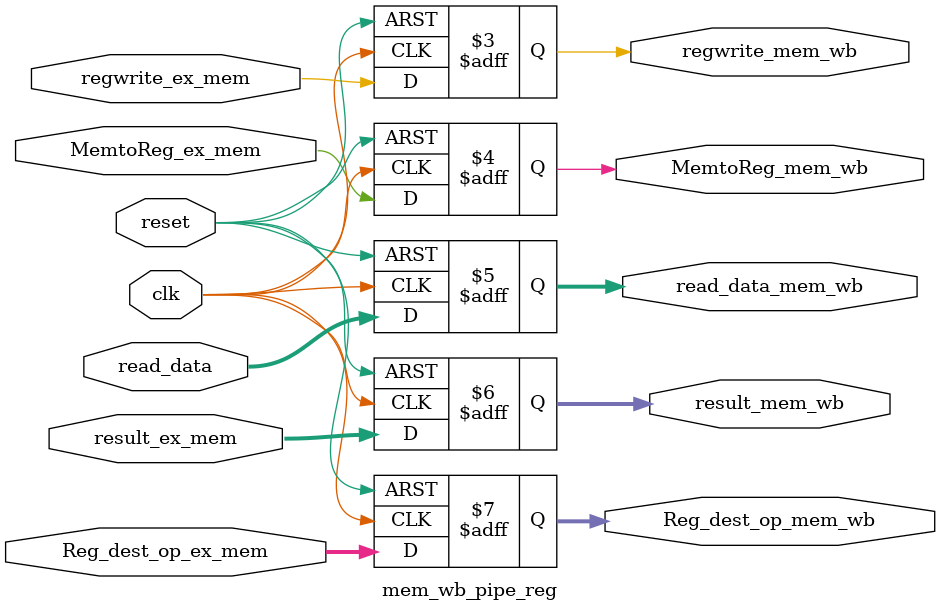
<source format=v>
module mem_wb_pipe_reg(
	input [31:0]read_data, 
	input [31:0]result_ex_mem,
	input regwrite_ex_mem,MemtoReg_ex_mem,
	input [4:0] Reg_dest_op_ex_mem,
	input reset,clk,
	output reg regwrite_mem_wb, MemtoReg_mem_wb,
	output reg [31:0]read_data_mem_wb, 
	output reg [31:0]result_mem_wb,
	output reg [4:0]Reg_dest_op_mem_wb
    );

always@(posedge clk or negedge reset)
begin
	if(reset == 1'b0)
		begin
			regwrite_mem_wb = 0;
			MemtoReg_mem_wb = 0;
			read_data_mem_wb = 0;
			result_mem_wb = 0;
			Reg_dest_op_mem_wb = 0;
		end
	else
		begin
			regwrite_mem_wb = regwrite_ex_mem;
			MemtoReg_mem_wb = MemtoReg_ex_mem;
			read_data_mem_wb = read_data;
			result_mem_wb = result_ex_mem;
			Reg_dest_op_mem_wb = Reg_dest_op_ex_mem;
		end
end

endmodule


</source>
